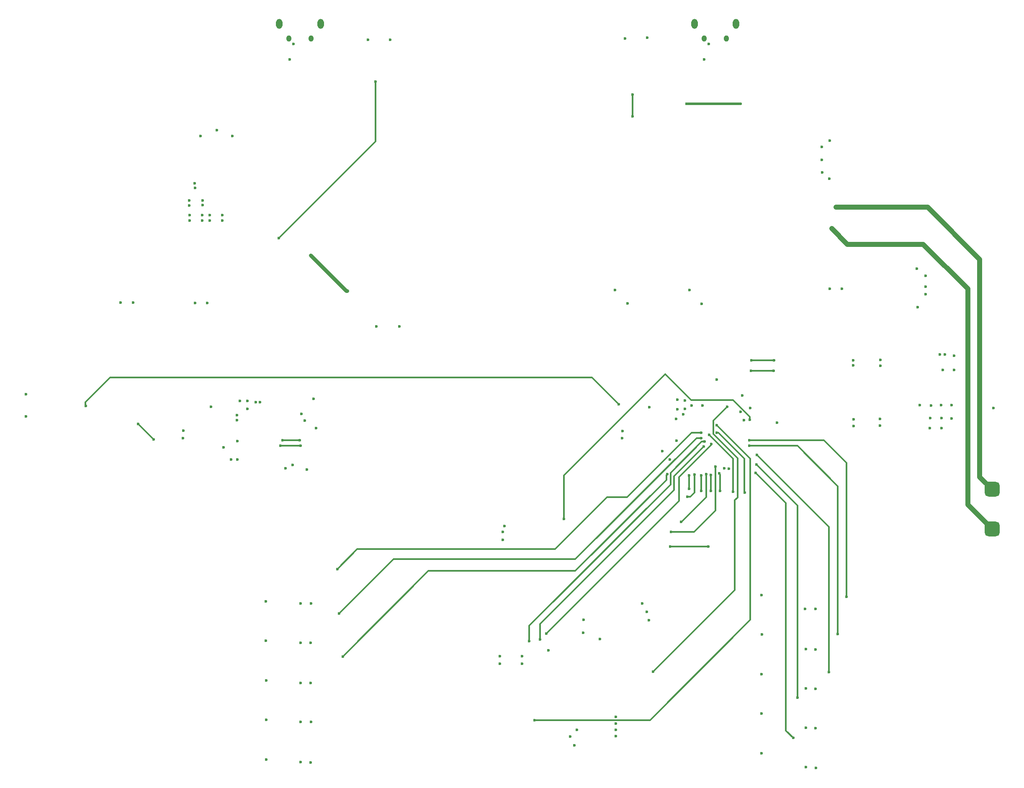
<source format=gbl>
%TF.GenerationSoftware,KiCad,Pcbnew,8.0.3*%
%TF.CreationDate,2024-06-23T20:05:21+02:00*%
%TF.ProjectId,Pilot,50696c6f-742e-46b6-9963-61645f706362,rev?*%
%TF.SameCoordinates,Original*%
%TF.FileFunction,Copper,L4,Bot*%
%TF.FilePolarity,Positive*%
%FSLAX46Y46*%
G04 Gerber Fmt 4.6, Leading zero omitted, Abs format (unit mm)*
G04 Created by KiCad (PCBNEW 8.0.3) date 2024-06-23 20:05:21*
%MOMM*%
%LPD*%
G01*
G04 APERTURE LIST*
G04 Aperture macros list*
%AMRoundRect*
0 Rectangle with rounded corners*
0 $1 Rounding radius*
0 $2 $3 $4 $5 $6 $7 $8 $9 X,Y pos of 4 corners*
0 Add a 4 corners polygon primitive as box body*
4,1,4,$2,$3,$4,$5,$6,$7,$8,$9,$2,$3,0*
0 Add four circle primitives for the rounded corners*
1,1,$1+$1,$2,$3*
1,1,$1+$1,$4,$5*
1,1,$1+$1,$6,$7*
1,1,$1+$1,$8,$9*
0 Add four rect primitives between the rounded corners*
20,1,$1+$1,$2,$3,$4,$5,0*
20,1,$1+$1,$4,$5,$6,$7,0*
20,1,$1+$1,$6,$7,$8,$9,0*
20,1,$1+$1,$8,$9,$2,$3,0*%
G04 Aperture macros list end*
%TA.AperFunction,ComponentPad*%
%ADD10O,1.300000X2.000000*%
%TD*%
%TA.AperFunction,ComponentPad*%
%ADD11O,1.000000X1.300000*%
%TD*%
%TA.AperFunction,SMDPad,CuDef*%
%ADD12RoundRect,0.750000X0.750000X-0.750000X0.750000X0.750000X-0.750000X0.750000X-0.750000X-0.750000X0*%
%TD*%
%TA.AperFunction,ViaPad*%
%ADD13C,0.600000*%
%TD*%
%TA.AperFunction,Conductor*%
%ADD14C,0.300000*%
%TD*%
%TA.AperFunction,Conductor*%
%ADD15C,0.750000*%
%TD*%
%TA.AperFunction,Conductor*%
%ADD16C,0.500000*%
%TD*%
%TA.AperFunction,Conductor*%
%ADD17C,1.000000*%
%TD*%
G04 APERTURE END LIST*
D10*
%TO.P,J20,6,Shield*%
%TO.N,unconnected-(J20-Shield-Pad6)_0*%
X55825000Y-1800000D03*
D11*
%TO.N,unconnected-(J20-Shield-Pad6)*%
X57775000Y-4800000D03*
%TO.N,unconnected-(J20-Shield-Pad6)_2*%
X62225000Y-4800000D03*
D10*
%TO.N,unconnected-(J20-Shield-Pad6)_6*%
X64175000Y-1800000D03*
%TD*%
D12*
%TO.P,J21,1,Pin_1*%
%TO.N,BAT-*%
X200000000Y-104000000D03*
%TO.P,J21,2,Pin_2*%
%TO.N,BAT+*%
X200000000Y-96000000D03*
%TD*%
D10*
%TO.P,J14,6,Shield*%
%TO.N,unconnected-(J14-Shield-Pad6)_3*%
X148175000Y-1800000D03*
D11*
%TO.N,unconnected-(J14-Shield-Pad6)_5*%
X146225000Y-4800000D03*
%TO.N,unconnected-(J14-Shield-Pad6)_0*%
X141775000Y-4800000D03*
D10*
%TO.N,unconnected-(J14-Shield-Pad6)_6*%
X139825000Y-1800000D03*
%TD*%
D13*
%TO.N,GND*%
X192300000Y-71825000D03*
X58700000Y-5850000D03*
X100425000Y-129750000D03*
X41725000Y-40525000D03*
X57925000Y-8975000D03*
X4600000Y-81250000D03*
X164275000Y-120175000D03*
X36350000Y-85650000D03*
X123925000Y-144625000D03*
X141450000Y-79000000D03*
X125200000Y-85600000D03*
X62200000Y-151225000D03*
X171875000Y-70925000D03*
X44575000Y-87475000D03*
X164300000Y-144325000D03*
X125750000Y-4775000D03*
X62225000Y-119100000D03*
X125250000Y-84200000D03*
X47350000Y-86250000D03*
X171950000Y-81850000D03*
X177275000Y-83075000D03*
X57075000Y-91775000D03*
X186525000Y-54975000D03*
X177375000Y-69800000D03*
X129225000Y-119100000D03*
X62200000Y-127025000D03*
X44300000Y-41600000D03*
X138750000Y-55700000D03*
X123925000Y-143350000D03*
X130625000Y-79350000D03*
X38775000Y-58275000D03*
X137550000Y-80850000D03*
X38800000Y-35000000D03*
X164300000Y-136350000D03*
X47825000Y-78100000D03*
X167100000Y-33125000D03*
X40275000Y-41625000D03*
X62225000Y-143075000D03*
X136150000Y-86125000D03*
X44300000Y-40550000D03*
X41725000Y-41575000D03*
X104950000Y-129750000D03*
X37725000Y-41600000D03*
X115500000Y-147800000D03*
X75450000Y-63000000D03*
X37675000Y-40525000D03*
X62200000Y-135150000D03*
X133275000Y-88250000D03*
X23750000Y-58250000D03*
X136325000Y-77875000D03*
X47300000Y-81025000D03*
X164300000Y-128425000D03*
X80150000Y-63000000D03*
X165650000Y-31875000D03*
X123750000Y-55675000D03*
X186575000Y-56525000D03*
X177300000Y-81775000D03*
X192300000Y-68950000D03*
X200300000Y-79550000D03*
X171950000Y-83225000D03*
X51950000Y-78325000D03*
X141750000Y-9050000D03*
X116000000Y-144625000D03*
X142650000Y-5850000D03*
X123925000Y-142050000D03*
X145825000Y-91750000D03*
X164400000Y-152325000D03*
X73800000Y-5075000D03*
X42000000Y-79325000D03*
X184900000Y-59175000D03*
X36400000Y-84100000D03*
X171900000Y-69900000D03*
X167125000Y-25425000D03*
X60950000Y-82100000D03*
X186525000Y-52800000D03*
X149825000Y-81975000D03*
X40275000Y-40550000D03*
X101025000Y-104625000D03*
X136325000Y-79775000D03*
X123925000Y-145900000D03*
X184725000Y-51350000D03*
X165550000Y-26750000D03*
X120675000Y-126275000D03*
X177375000Y-70975000D03*
X165550000Y-29300000D03*
X167150000Y-55375000D03*
%TO.N,+3.3V*%
X185350000Y-78925000D03*
X153350000Y-117375000D03*
X191775000Y-78925000D03*
X60100000Y-135150000D03*
X38725000Y-34050000D03*
X49375000Y-79750000D03*
X61400000Y-91975000D03*
X153350000Y-149375000D03*
X51100000Y-78350000D03*
X117375000Y-122400000D03*
X189725000Y-81600000D03*
X53175000Y-142625000D03*
X101375000Y-103400000D03*
X49400000Y-78100000D03*
X40325000Y-38450000D03*
X130575000Y-122475000D03*
X46100000Y-90000000D03*
X162300000Y-144250000D03*
X100450000Y-131250000D03*
X190000000Y-71850000D03*
X117325000Y-125025000D03*
X130125000Y-120775000D03*
X4575000Y-76750000D03*
X151075000Y-79575000D03*
X149100000Y-80325000D03*
X137875000Y-79750000D03*
X47350000Y-89975000D03*
X189650000Y-78925000D03*
X162200000Y-120225000D03*
X190475000Y-68700000D03*
X189450000Y-68700000D03*
X60100000Y-143075000D03*
X146775000Y-91825000D03*
X162300000Y-128350000D03*
X162300000Y-136275000D03*
X58500000Y-91100000D03*
X156500000Y-82525000D03*
X53125000Y-126625000D03*
X46325000Y-24525000D03*
X39900000Y-24525000D03*
X149475000Y-77000000D03*
X134800000Y-90000000D03*
X101000000Y-106175000D03*
X37625000Y-38550000D03*
X60100000Y-151200000D03*
X47275000Y-81975000D03*
X187350000Y-83600000D03*
X189725000Y-83575000D03*
X169650000Y-55400000D03*
X40300000Y-37525000D03*
X153325000Y-141375000D03*
X60100000Y-119050000D03*
X37625000Y-37550000D03*
X60100000Y-127000000D03*
X137875000Y-78000000D03*
X141250000Y-58475000D03*
X43175000Y-23350000D03*
X62800000Y-77650000D03*
X53175000Y-134625000D03*
X114700000Y-146000000D03*
X136050000Y-81750000D03*
X63300000Y-83575000D03*
X153450000Y-125375000D03*
X162300000Y-152225000D03*
X53125000Y-118625000D03*
X78250000Y-5000000D03*
X41250000Y-58275000D03*
X153375000Y-133400000D03*
X126250000Y-58400000D03*
X53175000Y-150625000D03*
X139200000Y-79000000D03*
X110225000Y-128575000D03*
X26250000Y-58250000D03*
X130250000Y-4600000D03*
X187625000Y-79050000D03*
X144300000Y-73775000D03*
X191750000Y-81675000D03*
X104925000Y-131250000D03*
X187500000Y-81575000D03*
X60325000Y-80725000D03*
%TO.N,ON_BUTTON*%
X113400000Y-102000000D03*
X150975000Y-81875000D03*
%TO.N,MENU_BUTTON*%
X67600000Y-112100000D03*
X141200000Y-84500000D03*
%TO.N,PAGE_UP_BUTTON*%
X134300000Y-92900000D03*
X68700000Y-129800000D03*
%TO.N,PAGE_DOWN_BUTTON*%
X138700000Y-93200000D03*
X138700000Y-95850000D03*
%TO.N,BACK_BUTTON*%
X139800000Y-93000000D03*
X138400000Y-97500000D03*
%TO.N,HOME_BUTTON*%
X67900000Y-121100000D03*
X141200000Y-85600000D03*
%TO.N,UP_BUTTON*%
X150900000Y-86100000D03*
X170525000Y-117700000D03*
%TO.N,RIGHT_BUTTON*%
X152300000Y-91000000D03*
X160600000Y-138100000D03*
%TO.N,LEFT_BUTTON*%
X150900000Y-87200000D03*
X168775000Y-125275000D03*
%TO.N,DOWN_BUTTON*%
X159800000Y-146300000D03*
X152200000Y-92700000D03*
%TO.N,OK_BUTTON*%
X152400000Y-89000000D03*
X166975000Y-133000000D03*
%TO.N,+5V*%
X62200000Y-48600000D03*
X69500000Y-55800000D03*
%TO.N,USB2_5V*%
X149100000Y-18000000D03*
X138200000Y-18000000D03*
%TO.N,BATTERY_SDA*%
X155900000Y-69900000D03*
X151309817Y-69909817D03*
X142800000Y-85000000D03*
X147575000Y-96500000D03*
%TO.N,TOUCHSCREEN_INT*%
X146400000Y-79300000D03*
X131400000Y-132925000D03*
%TO.N,BATTERY_SCL*%
X144300000Y-84500000D03*
X155800000Y-72000000D03*
X151246880Y-72000000D03*
X149925000Y-96650000D03*
%TO.N,TOUCHSCREEN_RESET*%
X144300000Y-83000000D03*
X107500000Y-142700000D03*
%TO.N,LCD_RESET*%
X106400000Y-126700000D03*
X141800000Y-86300000D03*
%TO.N,LCD_DC*%
X109800000Y-125200000D03*
X143200000Y-86800000D03*
%TO.N,LCD_CS*%
X108600000Y-126400000D03*
X141700000Y-87300000D03*
%TO.N,LCD_LED*%
X135100000Y-104600000D03*
X144000000Y-91400000D03*
%TO.N,SPI1_MOSI*%
X143100000Y-93100000D03*
X143100000Y-96300000D03*
%TO.N,SPI1_SCK*%
X141200000Y-96300000D03*
X141200000Y-93200000D03*
%TO.N,LEFT_GIMBAL_V*%
X30400000Y-85900000D03*
X27300000Y-82800000D03*
%TO.N,RIGHT_GIMBAL_H*%
X60100000Y-87200000D03*
X56100000Y-87200000D03*
%TO.N,RIGHT_GIMBAL_V*%
X56500000Y-86100000D03*
X60000000Y-86100000D03*
%TO.N,BAT-*%
X167600000Y-43250000D03*
%TO.N,BAT+*%
X168450000Y-38900000D03*
%TO.N,Net-(SW1-B)*%
X127300000Y-20500000D03*
X127250000Y-16150000D03*
%TO.N,Net-(SW2-B)*%
X124500000Y-78800000D03*
X16700000Y-79100000D03*
%TO.N,FLASH_CS*%
X145000000Y-96300000D03*
X134900000Y-107600000D03*
X142600000Y-107600000D03*
X144775000Y-92775000D03*
%TO.N,Net-(SW3-B)*%
X75300000Y-13500000D03*
X55700000Y-45200000D03*
%TO.N,SPI1_MISO*%
X142200000Y-92900000D03*
X137100000Y-102600000D03*
%TD*%
D14*
%TO.N,ON_BUTTON*%
X150975000Y-81280761D02*
X147594239Y-77900000D01*
X150975000Y-81875000D02*
X150975000Y-81280761D01*
X139100000Y-77900000D02*
X133900000Y-72700000D01*
X133900000Y-72700000D02*
X113400000Y-93200000D01*
X113400000Y-93200000D02*
X113400000Y-102000000D01*
X147594239Y-77900000D02*
X139100000Y-77900000D01*
%TO.N,MENU_BUTTON*%
X71600000Y-108100000D02*
X67600000Y-112100000D01*
X139225000Y-84500000D02*
X126150000Y-97575000D01*
X141200000Y-84500000D02*
X139225000Y-84500000D01*
X122125000Y-97575000D02*
X111600000Y-108100000D01*
X126150000Y-97575000D02*
X122125000Y-97575000D01*
X111600000Y-108100000D02*
X71600000Y-108100000D01*
%TO.N,PAGE_UP_BUTTON*%
X134100000Y-93100000D02*
X134100000Y-94100000D01*
X86000000Y-112500000D02*
X68700000Y-129800000D01*
X134100000Y-94100000D02*
X115700000Y-112500000D01*
X115700000Y-112500000D02*
X86000000Y-112500000D01*
X134300000Y-92900000D02*
X134100000Y-93100000D01*
%TO.N,PAGE_DOWN_BUTTON*%
X138700000Y-95850000D02*
X138700000Y-93200000D01*
%TO.N,BACK_BUTTON*%
X139800000Y-93000000D02*
X139800000Y-96675000D01*
X138975000Y-97500000D02*
X138400000Y-97500000D01*
X139800000Y-96675000D02*
X138975000Y-97500000D01*
%TO.N,HOME_BUTTON*%
X78900000Y-110100000D02*
X67900000Y-121100000D01*
X141200000Y-85600000D02*
X140200000Y-85600000D01*
X115700000Y-110100000D02*
X78900000Y-110100000D01*
X140200000Y-85600000D02*
X115700000Y-110100000D01*
%TO.N,UP_BUTTON*%
X170525000Y-90650000D02*
X165975000Y-86100000D01*
X170525000Y-117700000D02*
X170525000Y-90650000D01*
X165975000Y-86100000D02*
X150900000Y-86100000D01*
%TO.N,RIGHT_BUTTON*%
X160600000Y-99300000D02*
X160600000Y-138100000D01*
X152300000Y-91000000D02*
X160600000Y-99300000D01*
%TO.N,LEFT_BUTTON*%
X160600000Y-87200000D02*
X150900000Y-87200000D01*
X168775000Y-95375000D02*
X160600000Y-87200000D01*
X168775000Y-125275000D02*
X168775000Y-95375000D01*
%TO.N,DOWN_BUTTON*%
X158300000Y-144800000D02*
X159800000Y-146300000D01*
X158300000Y-98800000D02*
X158300000Y-144800000D01*
X152200000Y-92700000D02*
X158300000Y-98800000D01*
%TO.N,OK_BUTTON*%
X166950000Y-132975000D02*
X166975000Y-133000000D01*
X152400000Y-89000000D02*
X166950000Y-103550000D01*
X166950000Y-103550000D02*
X166950000Y-132975000D01*
D15*
%TO.N,+5V*%
X62200000Y-48600000D02*
X69400000Y-55800000D01*
X69400000Y-55800000D02*
X69500000Y-55800000D01*
D16*
%TO.N,USB2_5V*%
X138200000Y-18000000D02*
X149100000Y-18000000D01*
D14*
%TO.N,BATTERY_SDA*%
X155900000Y-69900000D02*
X151319634Y-69900000D01*
X151319634Y-69900000D02*
X151309817Y-69909817D01*
X147575000Y-96500000D02*
X147575000Y-89775000D01*
X147575000Y-89775000D02*
X142800000Y-85000000D01*
%TO.N,TOUCHSCREEN_INT*%
X143650000Y-84769239D02*
X143650000Y-82050000D01*
X148550000Y-97625000D02*
X148550000Y-89669239D01*
X147975000Y-116350000D02*
X147975000Y-98200000D01*
X148550000Y-89669239D02*
X143650000Y-84769239D01*
X143650000Y-82050000D02*
X146400000Y-79300000D01*
X131400000Y-132925000D02*
X147975000Y-116350000D01*
X147975000Y-98200000D02*
X148550000Y-97625000D01*
%TO.N,BATTERY_SCL*%
X144600000Y-84500000D02*
X144300000Y-84500000D01*
X149925000Y-96650000D02*
X149900000Y-96625000D01*
X149900000Y-89800000D02*
X144600000Y-84500000D01*
X149900000Y-96625000D02*
X149900000Y-89800000D01*
X155800000Y-72000000D02*
X151246880Y-72000000D01*
%TO.N,TOUCHSCREEN_RESET*%
X130800000Y-142700000D02*
X151100000Y-122400000D01*
X151100000Y-89800000D02*
X144300000Y-83000000D01*
X107500000Y-142700000D02*
X130800000Y-142700000D01*
X151100000Y-122400000D02*
X151100000Y-89800000D01*
%TO.N,LCD_RESET*%
X134950000Y-92625000D02*
X134950000Y-95050000D01*
X141275000Y-86300000D02*
X134950000Y-92625000D01*
X134950000Y-95050000D02*
X106400000Y-123600000D01*
X106400000Y-123600000D02*
X106400000Y-126700000D01*
X141800000Y-86300000D02*
X141275000Y-86300000D01*
%TO.N,LCD_DC*%
X136675000Y-93525000D02*
X136675000Y-98325000D01*
X136675000Y-98325000D02*
X109800000Y-125200000D01*
X143200000Y-86800000D02*
X143200000Y-87000000D01*
X143200000Y-87000000D02*
X136675000Y-93525000D01*
%TO.N,LCD_CS*%
X108600000Y-126400000D02*
X108600000Y-123200000D01*
X135675000Y-96125000D02*
X135675000Y-93325000D01*
X108600000Y-123200000D02*
X135675000Y-96125000D01*
X135675000Y-93325000D02*
X141700000Y-87300000D01*
%TO.N,LCD_LED*%
X139700000Y-104600000D02*
X135100000Y-104600000D01*
X144000000Y-91400000D02*
X144000000Y-100300000D01*
X144000000Y-100300000D02*
X139700000Y-104600000D01*
%TO.N,SPI1_MOSI*%
X143100000Y-93100000D02*
X143100000Y-96300000D01*
%TO.N,SPI1_SCK*%
X141200000Y-93200000D02*
X141200000Y-96300000D01*
%TO.N,LEFT_GIMBAL_V*%
X30400000Y-85900000D02*
X27300000Y-82800000D01*
%TO.N,RIGHT_GIMBAL_H*%
X60100000Y-87200000D02*
X56100000Y-87200000D01*
%TO.N,RIGHT_GIMBAL_V*%
X56500000Y-86100000D02*
X60000000Y-86100000D01*
D17*
%TO.N,BAT-*%
X167600000Y-43250000D02*
X170750000Y-46400000D01*
X170750000Y-46400000D02*
X186050000Y-46400000D01*
X186050000Y-46400000D02*
X195100000Y-55450000D01*
X195100000Y-55450000D02*
X195100000Y-99100000D01*
X195100000Y-99100000D02*
X200000000Y-104000000D01*
%TO.N,BAT+*%
X186950000Y-38900000D02*
X168450000Y-38900000D01*
X200000000Y-96000000D02*
X197500000Y-93500000D01*
X197500000Y-93500000D02*
X197500000Y-49450000D01*
X197500000Y-49450000D02*
X186950000Y-38900000D01*
D14*
%TO.N,Net-(SW1-B)*%
X127300000Y-16200000D02*
X127250000Y-16150000D01*
X127300000Y-20500000D02*
X127300000Y-16200000D01*
%TO.N,Net-(SW2-B)*%
X119100000Y-73400000D02*
X119000000Y-73400000D01*
X21600000Y-73400000D02*
X16600000Y-78400000D01*
X16600000Y-78400000D02*
X16600000Y-79000000D01*
X16600000Y-79000000D02*
X16700000Y-79100000D01*
X124500000Y-78800000D02*
X119100000Y-73400000D01*
X119000000Y-73400000D02*
X21600000Y-73400000D01*
%TO.N,FLASH_CS*%
X144775000Y-92775000D02*
X145000000Y-93000000D01*
X145000000Y-93000000D02*
X145000000Y-96300000D01*
X134900000Y-107600000D02*
X142600000Y-107600000D01*
%TO.N,Net-(SW3-B)*%
X55700000Y-45200000D02*
X75300000Y-25600000D01*
X75300000Y-25600000D02*
X75300000Y-13500000D01*
%TO.N,SPI1_MISO*%
X137100000Y-102600000D02*
X137200000Y-102600000D01*
X137200000Y-102600000D02*
X142200000Y-97600000D01*
X142200000Y-97600000D02*
X142200000Y-92900000D01*
%TD*%
M02*

</source>
